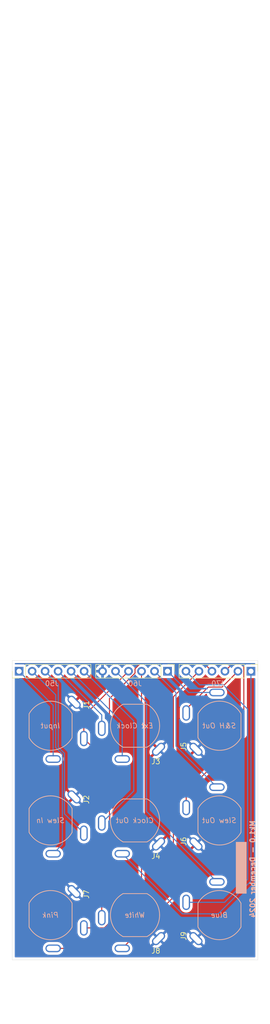
<source format=kicad_pcb>
(kicad_pcb (version 20240108) (generator "pcbnew") (generator_version "8.0")
  (title_block (rev "1") (company "DMH Instruments") (comment 1 "10cm Kosmo format synthesizer module PCB"))
  (layers (0 "F.Cu" signal) (31 "B.Cu" signal) (34 "B.Paste" user) (35 "F.Paste" user) (36 "B.SilkS" user "B.Silkscreen") (37 "F.SilkS" user "F.Silkscreen") (38 "B.Mask" user) (39 "F.Mask" user) (44 "Edge.Cuts" user))
  (net 0 "")
  (net 1 "GND")
  (net 2 "/Inputs and Outputs/White")
  (net 3 "/Inputs and Outputs/Input")
  (net 4 "/Inputs and Outputs/S&H")
  (net 5 "/Inputs and Outputs/Slew In")
  (net 6 "/Inputs and Outputs/Internal Clock")
  (net 7 "/Inputs and Outputs/External Clock")
  (net 8 "/Inputs and Outputs/Clock Out")
  (net 9 "Net-(J70-Pin_1)")
  (net 10 "Net-(J70-Pin_2)")
  (net 11 "/Inputs and Outputs/S&H Out")
  (net 12 "Net-(J70-Pin_3)")
  (net 13 "/Inputs and Outputs/Slew Out")
  (net 14 "/Inputs and Outputs/Pink")
  (net 15 "Net-(J70-Pin_4)")
  (net 16 "Net-(J70-Pin_5)")
  (net 17 "/Inputs and Outputs/Blue")
  (net 18 "Net-(J70-Pin_6)")
  (footprint "SynthStuff:CUI_MJ-63052A" (layer "F.Cu") (at 58.5 208.75 -90)
    (property "Reference" "J7" (at -4.075 -7 90) (layer "F.SilkS"))
    (property "Value" "TS_Jack_6.35mm_Sw")
    (property "Function" "Pink" (at 0 0 180) (layer "B.SilkS") (effects (font (thickness 0.15) (italic yes)) (justify mirror)))
    (fp_line (start 0 4.2) (end -2.35 4.2) (stroke (width 0.15)) (layer "B.SilkS"))
    (fp_line (start 0 4.2) (end 2.35 4.2) (stroke (width 0.15)) (layer "B.SilkS"))
    (fp_line (start 0 -4.2) (end -2.35 -4.2) (stroke (width 0.15)) (layer "B.SilkS"))
    (fp_line (start 0 -4.2) (end 2.35 -4.2) (stroke (width 0.15)) (layer "B.SilkS"))
    (fp_arc (start -2.343778 4.188879) (mid -4.14066 2.427948) (end -4.8 0) (stroke (width 0.15)) (layer "B.SilkS"))
    (fp_arc (start -4.8 0) (mid -4.14066 -2.427948) (end -2.343778 -4.188879) (stroke (width 0.15)) (layer "B.SilkS"))
    (fp_arc (start 4.8 0) (mid 4.14066 2.427948) (end 2.343778 4.188879) (stroke (width 0.15)) (layer "B.SilkS"))
    (fp_arc (start 2.343778 -4.188879) (mid 4.14066 -2.427948) (end 4.8 0) (stroke (width 0.15)) (layer "B.SilkS"))
    (fp_line (start 0 4.2) (end -2.35 4.2) (stroke (width 0.15)) (layer "F.SilkS"))
    (fp_line (start 0 4.2) (end 2.35 4.2) (stroke (width 0.15)) (layer "F.SilkS"))
    (fp_line (start 0 -4.2) (end -2.35 -4.2) (stroke (width 0.15)) (layer "F.SilkS"))
    (fp_line (start 0 -4.2) (end 2.35 -4.2) (stroke (width 0.15)) (layer "F.SilkS"))
    (fp_arc (start -2.343778 4.188879) (mid -4.14066 2.427948) (end -4.8 0) (stroke (width 0.15)) (layer "F.SilkS"))
    (fp_arc (start -4.8 0) (mid -4.14066 -2.427948) (end -2.343778 -4.188879) (stroke (width 0.15)) (layer "F.SilkS"))
    (fp_arc (start 4.8 0) (mid 4.14066 2.427948) (end 2.343778 4.188879) (stroke (width 0.15)) (layer "F.SilkS"))
    (fp_arc (start 2.343778 -4.188879) (mid 4.14066 -2.427948) (end 4.8 0) (stroke (width 0.15)) (layer "F.SilkS"))
    (pad "S" thru_hole oval (at -4.59619 -4.59619 225) (size 1.508 3.016) (drill oval 1 2.5) (layers "*.Cu" "*.Mask") (net 1 "GND"))
    (pad "T" thru_hole oval (at 6.5 -0.5 270) (size 1.508 3.016) (drill oval 1 2.5) (layers "*.Cu" "*.Mask") (net 14 "/Inputs and Outputs/Pink"))
    (pad "TN" thru_hole oval (at 2.5 -6.5 270) (size 3.016 1.508) (drill oval 2.5 1) (layers "*.Cu" "*.Mask") (net 15 "Net-(J70-Pin_4)"))
  )
  (footprint "SynthStuff:CUI_MJ-63052A" (layer "F.Cu") (at 91.5 171.75 90)
    (property "Reference" "J5" (at -4.075 -7 90) (layer "F.SilkS"))
    (property "Value" "TS_Jack_6.35mm_Sw")
    (property "Function" "S&H Out" (at 0 0 180) (layer "B.SilkS") (effects (font (thickness 0.15) (italic yes)) (justify mirror)))
    (fp_line (start 0 -4.2) (end 2.35 -4.2) (stroke (width 0.15)) (layer "B.SilkS"))
    (fp_line (start 0 -4.2) (end -2.35 -4.2) (stroke (width 0.15)) (layer "B.SilkS"))
    (fp_line (start 0 4.2) (end 2.35 4.2) (stroke (width 0.15)) (layer "B.SilkS"))
    (fp_line (start 0 4.2) (end -2.35 4.2) (stroke (width 0.15)) (layer "B.SilkS"))
    (fp_arc (start 2.343778 -4.188879) (mid 4.14066 -2.427948) (end 4.8 0) (stroke (width 0.15)) (layer "B.SilkS"))
    (fp_arc (start 4.8 0) (mid 4.14066 2.427948) (end 2.343778 4.188879) (stroke (width 0.15)) (layer "B.SilkS"))
    (fp_arc (start -4.8 0) (mid -4.14066 -2.427948) (end -2.343778 -4.188879) (stroke (width 0.15)) (layer "B.SilkS"))
    (fp_arc (start -2.343778 4.188879) (mid -4.14066 2.427948) (end -4.8 0) (stroke (width 0.15)) (layer "B.SilkS"))
    (fp_line (start 0 -4.2) (end 2.35 -4.2) (stroke (width 0.15)) (layer "F.SilkS"))
    (fp_line (start 0 -4.2) (end -2.35 -4.2) (stroke (width 0.15)) (layer "F.SilkS"))
    (fp_line (start 0 4.2) (end 2.35 4.2) (stroke (width 0.15)) (layer "F.SilkS"))
    (fp_line (start 0 4.2) (end -2.35 4.2) (stroke (width 0.15)) (layer "F.SilkS"))
    (fp_arc (start 2.343778 -4.188879) (mid 4.14066 -2.427948) (end 4.8 0) (stroke (width 0.15)) (layer "F.SilkS"))
    (fp_arc (start 4.8 0) (mid 4.14066 2.427948) (end 2.343778 4.188879) (stroke (width 0.15)) (layer "F.SilkS"))
    (fp_arc (start -4.8 0) (mid -4.14066 -2.427948) (end -2.343778 -4.188879) (stroke (width 0.15)) (layer "F.SilkS"))
    (fp_arc (start -2.343778 4.188879) (mid -4.14066 2.427948) (end -4.8 0) (stroke (width 0.15)) (layer "F.SilkS"))
    (pad "S" thru_hole oval (at -4.59619 -4.59619 45) (size 1.508 3.016) (drill oval 1 2.5) (layers "*.Cu" "*.Mask") (net 1 "GND"))
    (pad "T" thru_hole oval (at 6.5 -0.5 90) (size 1.508 3.016) (drill oval 1 2.5) (layers "*.Cu" "*.Mask") (net 11 "/Inputs and Outputs/S&H Out"))
    (pad "TN" thru_hole oval (at 2.5 -6.5 90) (size 3.016 1.508) (drill oval 2.5 1) (layers "*.Cu" "*.Mask") (net 10 "Net-(J70-Pin_2)"))
  )
  (footprint "SynthStuff:CUI_MJ-63052A" (layer "F.Cu") (at 58.5 171.75 -90)
    (property "Reference" "J1" (at -4.075 -7 90) (layer "F.SilkS"))
    (property "Value" "TS_Jack_6.35mm_Sw")
    (property "Function" "Input" (at 0 0 180) (layer "B.SilkS") (effects (font (thickness 0.15) (italic yes)) (justify mirror)))
    (fp_line (start 0 4.2) (end -2.35 4.2) (stroke (width 0.15)) (layer "B.SilkS"))
    (fp_line (start 0 4.2) (end 2.35 4.2) (stroke (width 0.15)) (layer "B.SilkS"))
    (fp_line (start 0 -4.2) (end -2.35 -4.2) (stroke (width 0.15)) (layer "B.SilkS"))
    (fp_line (start 0 -4.2) (end 2.35 -4.2) (stroke (width 0.15)) (layer "B.SilkS"))
    (fp_arc (start -2.343778 4.188879) (mid -4.14066 2.427948) (end -4.8 0) (stroke (width 0.15)) (layer "B.SilkS"))
    (fp_arc (start -4.8 0) (mid -4.14066 -2.427948) (end -2.343778 -4.188879) (stroke (width 0.15)) (layer "B.SilkS"))
    (fp_arc (start 4.8 0) (mid 4.14066 2.427948) (end 2.343778 4.188879) (stroke (width 0.15)) (layer "B.SilkS"))
    (fp_arc (start 2.343778 -4.188879) (mid 4.14066 -2.427948) (end 4.8 0) (stroke (width 0.15)) (layer "B.SilkS"))
    (fp_line (start 0 4.2) (end -2.35 4.2) (stroke (width 0.15)) (layer "F.SilkS"))
    (fp_line (start 0 4.2) (end 2.35 4.2) (stroke (width 0.15)) (layer "F.SilkS"))
    (fp_line (start 0 -4.2) (end -2.35 -4.2) (stroke (width 0.15)) (layer "F.SilkS"))
    (fp_line (start 0 -4.2) (end 2.35 -4.2) (stroke (width 0.15)) (layer "F.SilkS"))
    (fp_arc (start -2.343778 4.188879) (mid -4.14066 2.427948) (end -4.8 0) (stroke (width 0.15)) (layer "F.SilkS"))
    (fp_arc (start -4.8 0) (mid -4.14066 -2.427948) (end -2.343778 -4.188879) (stroke (width 0.15)) (layer "F.SilkS"))
    (fp_arc (start 4.8 0) (mid 4.14066 2.427948) (end 2.343778 4.188879) (stroke (width 0.15)) (layer "F.SilkS"))
    (fp_arc (start 2.343778 -4.188879) (mid 4.14066 -2.427948) (end 4.8 0) (stroke (width 0.15)) (layer "F.SilkS"))
    (pad "S" thru_hole oval (at -4.59619 -4.59619 225) (size 1.508 3.016) (drill oval 1 2.5) (layers "*.Cu" "*.Mask") (net 1 "GND"))
    (pad "T" thru_hole oval (at 6.5 -0.5 270) (size 1.508 3.016) (drill oval 1 2.5) (layers "*.Cu" "*.Mask") (net 3 "/Inputs and Outputs/Input"))
    (pad "TN" thru_hole oval (at 2.5 -6.5 270) (size 3.016 1.508) (drill oval 2.5 1) (layers "*.Cu" "*.Mask") (net 2 "/Inputs and Outputs/White"))
  )
  (footprint "SynthStuff:CUI_MJ-63052A" (layer "F.Cu") (at 75 171.75 180)
    (property "Reference" "J3" (at -4.075 -7 0) (layer "F.SilkS"))
    (property "Value" "TS_Jack_6.35mm_Sw")
    (property "Function" "Ext Clock" (at 0 0 0) (layer "B.SilkS") (effects (font (thickness 0.15) (italic yes)) (justify mirror)))
    (fp_line (start 0 4.2) (end 2.35 4.2) (stroke (width 0.15)) (layer "B.SilkS"))
    (fp_line (start 0 4.2) (end -2.35 4.2) (stroke (width 0.15)) (layer "B.SilkS"))
    (fp_line (start 0 -4.2) (end 2.35 -4.2) (stroke (width 0.15)) (layer "B.SilkS"))
    (fp_line (start 0 -4.2) (end -2.35 -4.2) (stroke (width 0.15)) (layer "B.SilkS"))
    (fp_arc (start 4.8 0) (mid 4.14066 2.427948) (end 2.343778 4.188879) (stroke (width 0.15)) (layer "B.SilkS"))
    (fp_arc (start 2.343778 -4.188879) (mid 4.14066 -2.427948) (end 4.8 0) (stroke (width 0.15)) (layer "B.SilkS"))
    (fp_arc (start -2.343778 4.188879) (mid -4.14066 2.427948) (end -4.8 0) (stroke (width 0.15)) (layer "B.SilkS"))
    (fp_arc (start -4.8 0) (mid -4.14066 -2.427948) (end -2.343778 -4.188879) (stroke (width 0.15)) (layer "B.SilkS"))
    (fp_line (start 0 4.2) (end 2.35 4.2) (stroke (width 0.15)) (layer "F.SilkS"))
    (fp_line (start 0 4.2) (end -2.35 4.2) (stroke (width 0.15)) (layer "F.SilkS"))
    (fp_line (start 0 -4.2) (end 2.35 -4.2) (stroke (width 0.15)) (layer "F.SilkS"))
    (fp_line (start 0 -4.2) (end -2.35 -4.2) (stroke (width 0.15)) (layer "F.SilkS"))
    (fp_arc (start 4.8 0) (mid 4.14066 2.427948) (end 2.343778 4.188879) (stroke (width 0.15)) (layer "F.SilkS"))
    (fp_arc (start 2.343778 -4.188879) (mid 4.14066 -2.427948) (end 4.8 0) (stroke (width 0.15)) (layer "F.SilkS"))
    (fp_arc (start -2.343778 4.188879) (mid -4.14066 2.427948) (end -4.8 0) (stroke (width 0.15)) (layer "F.SilkS"))
    (fp_arc (start -4.8 0) (mid -4.14066 -2.427948) (end -2.343778 -4.188879) (stroke (width 0.15)) (layer "F.SilkS"))
    (pad "S" thru_hole oval (at -4.59619 -4.59619 135) (size 1.508 3.016) (drill oval 1 2.5) (layers "*.Cu" "*.Mask") (net 1 "GND"))
    (pad "T" thru_hole oval (at 6.5 -0.5 180) (size 1.508 3.016) (drill oval 1 2.5) (layers "*.Cu" "*.Mask") (net 7 "/Inputs and Outputs/External Clock"))
    (pad "TN" thru_hole oval (at 2.5 -6.5 180) (size 3.016 1.508) (drill oval 2.5 1) (layers "*.Cu" "*.Mask") (net 6 "/Inputs and Outputs/Internal Clock"))
  )
  (footprint "SynthStuff:CUI_MJ-63052A" (layer "F.Cu") (at 75 208.75 180)
    (property "Reference" "J8" (at -4.075 -7 0) (layer "F.SilkS"))
    (property "Value" "TS_Jack_6.35mm_Sw")
    (property "Function" "White" (at 0 0 0) (layer "B.SilkS") (effects (font (thickness 0.15) (italic yes)) (justify mirror)))
    (fp_line (start 0 4.2) (end 2.35 4.2) (stroke (width 0.15)) (layer "B.SilkS"))
    (fp_line (start 0 4.2) (end -2.35 4.2) (stroke (width 0.15)) (layer "B.SilkS"))
    (fp_line (start 0 -4.2) (end 2.35 -4.2) (stroke (width 0.15)) (layer "B.SilkS"))
    (fp_line (start 0 -4.2) (end -2.35 -4.2) (stroke (width 0.15)) (layer "B.SilkS"))
    (fp_arc (start 4.8 0) (mid 4.14066 2.427948) (end 2.343778 4.188879) (stroke (width 0.15)) (layer "B.SilkS"))
    (fp_arc (start 2.343778 -4.188879) (mid 4.14066 -2.427948) (end 4.8 0) (stroke (width 0.15)) (layer "B.SilkS"))
    (fp_arc (start -2.343778 4.188879) (mid -4.14066 2.427948) (end -4.8 0) (stroke (width 0.15)) (layer "B.SilkS"))
    (fp_arc (start -4.8 0) (mid -4.14066 -2.427948) (end -2.343778 -4.188879) (stroke (width 0.15)) (layer "B.SilkS"))
    (fp_line (start 0 4.2) (end 2.35 4.2) (stroke (width 0.15)) (layer "F.SilkS"))
    (fp_line (start 0 4.2) (end -2.35 4.2) (stroke (width 0.15)) (layer "F.SilkS"))
    (fp_line (start 0 -4.2) (end 2.35 -4.2) (stroke (width 0.15)) (layer "F.SilkS"))
    (fp_line (start 0 -4.2) (end -2.35 -4.2) (stroke (width 0.15)) (layer "F.SilkS"))
    (fp_arc (start 4.8 0) (mid 4.14066 2.427948) (end 2.343778 4.188879) (stroke (width 0.15)) (layer "F.SilkS"))
    (fp_arc (start 2.343778 -4.188879) (mid 4.14066 -2.427948) (end 4.8 0) (stroke (width 0.15)) (layer "F.SilkS"))
    (fp_arc (start -2.343778 4.188879) (mid -4.14066 2.427948) (end -4.8 0) (stroke (width 0.15)) (layer "F.SilkS"))
    (fp_arc (start -4.8 0) (mid -4.14066 -2.427948) (end -2.343778 -4.188879) (stroke (width 0.15)) (layer "F.SilkS"))
    (pad "S" thru_hole oval (at -4.59619 -4.59619 135) (size 1.508 3.016) (drill oval 1 2.5) (layers "*.Cu" "*.Mask") (net 1 "GND"))
    (pad "T" thru_hole oval (at 6.5 -0.5 180) (size 1.508 3.016) (drill oval 1 2.5) (layers "*.Cu" "*.Mask") (net 2 "/Inputs and Outputs/White"))
    (pad "TN" thru_hole oval (at 2.5 -6.5 180) (size 3.016 1.508) (drill oval 2.5 1) (layers "*.Cu" "*.Mask") (net 16 "Net-(J70-Pin_5)"))
  )
  (footprint "SynthStuff:CUI_MJ-63052A" (layer "F.Cu") (at 91.5 208.75 90)
    (property "Reference" "J9" (at -4.075 -7 90) (layer "F.SilkS"))
    (property "Value" "TS_Jack_6.35mm_Sw")
    (property "Function" "Blue" (at 0 0 180) (layer "B.SilkS") (effects (font (thickness 0.15) (italic yes)) (justify mirror)))
    (fp_line (start 0 -4.2) (end 2.35 -4.2) (stroke (width 0.15)) (layer "B.SilkS"))
    (fp_line (start 0 -4.2) (end -2.35 -4.2) (stroke (width 0.15)) (layer "B.SilkS"))
    (fp_line (start 0 4.2) (end 2.35 4.2) (stroke (width 0.15)) (layer "B.SilkS"))
    (fp_line (start 0 4.2) (end -2.35 4.2) (stroke (width 0.15)) (layer "B.SilkS"))
    (fp_arc (start 2.343778 -4.188879) (mid 4.14066 -2.427948) (end 4.8 0) (stroke (width 0.15)) (layer "B.SilkS"))
    (fp_arc (start 4.8 0) (mid 4.14066 2.427948) (end 2.343778 4.188879) (stroke (width 0.15)) (layer "B.SilkS"))
    (fp_arc (start -4.8 0) (mid -4.14066 -2.427948) (end -2.343778 -4.188879) (stroke (width 0.15)) (layer "B.SilkS"))
    (fp_arc (start -2.343778 4.188879) (mid -4.14066 2.427948) (end -4.8 0) (stroke (width 0.15)) (layer "B.SilkS"))
    (fp_line (start 0 -4.2) (end 2.35 -4.2) (stroke (width 0.15)) (layer "F.SilkS"))
    (fp_line (start 0 -4.2) (end -2.35 -4.2) (stroke (width 0.15)) (layer "F.SilkS"))
    (fp_line (start 0 4.2) (end 2.35 4.2) (stroke (width 0.15)) (layer "F.SilkS"))
    (fp_line (start 0 4.2) (end -2.35 4.2) (stroke (width 0.15)) (layer "F.SilkS"))
    (fp_arc (start 2.343778 -4.188879) (mid 4.14066 -2.427948) (end 4.8 0) (stroke (width 0.15)) (layer "F.SilkS"))
    (fp_arc (start 4.8 0) (mid 4.14066 2.427948) (end 2.343778 4.188879) (stroke (width 0.15)) (layer "F.SilkS"))
    (fp_arc (start -4.8 0) (mid -4.14066 -2.427948) (end -2.343778 -4.188879) (stroke (width 0.15)) (layer "F.SilkS"))
    (fp_arc (start -2.343778 4.188879) (mid -4.14066 2.427948) (end -4.8 0) (stroke (width 0.15)) (layer "F.SilkS"))
    (pad "S" thru_hole oval (at -4.59619 -4.59619 45) (size 1.508 3.016) (drill oval 1 2.5) (layers "*.Cu" "*.Mask") (net 1 "GND"))
    (pad "T" thru_hole oval (at 6.5 -0.5 90) (size 1.508 3.016) (drill oval 1 2.5) (layers "*.Cu" "*.Mask") (net 17 "/Inputs and Outputs/Blue"))
    (pad "TN" thru_hole oval (at 2.5 -6.5 90) (size 3.016 1.508) (drill oval 2.5 1) (layers "*.Cu" "*.Mask") (net 18 "Net-(J70-Pin_6)"))
  )
  (footprint "Connector_PinHeader_2.54mm:PinHeader_1x06_P2.54mm_Vertical" (layer "F.Cu") (at 97.65 161.1 -90)
    (property "Reference" "J70" (at 2.4 6.4 180) (layer "B.SilkS") (effects (justify mirror)))
    (property "Value" "Conn_01x06")
    (fp_line (start -1.33 14.03) (end 1.33 14.03) (stroke (width 0.12)) (layer "F.SilkS"))
    (fp_line (start -1.33 1.27) (end -1.33 14.03) (stroke (width 0.12)) (layer "F.SilkS"))
    (fp_line (start -1.33 1.27) (end 1.33 1.27) (stroke (width 0.12)) (layer "F.SilkS"))
    (fp_line (start 1.33 1.27) (end 1.33 14.03) (stroke (width 0.12)) (layer "F.SilkS"))
    (fp_line (start -1.33 0) (end -1.33 -1.33) (stroke (width 0.12)) (layer "F.SilkS"))
    (fp_line (start -1.33 -1.33) (end 0 -1.33) (stroke (width 0.12)) (layer "F.SilkS"))
    (pad "1" thru_hole rect (at 0 0 270) (size 1.7 1.7) (drill 1) (layers "*.Cu" "*.Mask") (net 9 "Net-(J70-Pin_1)"))
    (pad "2" thru_hole oval (at 0 2.54 270) (size 1.7 1.7) (drill 1) (layers "*.Cu" "*.Mask") (net 10 "Net-(J70-Pin_2)"))
    (pad "3" thru_hole oval (at 0 5.08 270) (size 1.7 1.7) (drill 1) (layers "*.Cu" "*.Mask") (net 12 "Net-(J70-Pin_3)"))
    (pad "4" thru_hole oval (at 0 7.62 270) (size 1.7 1.7) (drill 1) (layers "*.Cu" "*.Mask") (net 15 "Net-(J70-Pin_4)"))
    (pad "5" thru_hole oval (at 0 10.16 270) (size 1.7 1.7) (drill 1) (layers "*.Cu" "*.Mask") (net 16 "Net-(J70-Pin_5)"))
    (pad "6" thru_hole oval (at 0 12.7 270) (size 1.7 1.7) (drill 1) (layers "*.Cu" "*.Mask") (net 18 "Net-(J70-Pin_6)"))
  )
  (footprint "SynthStuff:CUI_MJ-63052A" (layer "F.Cu") (at 75 190.25 180)
    (property "Reference" "J4" (at -4.075 -7 0) (layer "F.SilkS"))
    (property "Value" "TS_Jack_6.35mm_Sw")
    (property "Function" "Clock Out" (at 0 0 0) (layer "B.SilkS") (effects (font (thickness 0.15) (italic yes)) (justify mirror)))
    (fp_line (start 0 4.2) (end 2.35 4.2) (stroke (width 0.15)) (layer "B.SilkS"))
    (fp_line (start 0 4.2) (end -2.35 4.2) (stroke (width 0.15)) (layer "B.SilkS"))
    (fp_line (start 0 -4.2) (end 2.35 -4.2) (stroke (width 0.15)) (layer "B.SilkS"))
    (fp_line (start 0 -4.2) (end -2.35 -4.2) (stroke (width 0.15)) (layer "B.SilkS"))
    (fp_arc (start 4.8 0) (mid 4.14066 2.427948) (end 2.343778 4.188879) (stroke (width 0.15)) (layer "B.SilkS"))
    (fp_arc (start 2.343778 -4.188879) (mid 4.14066 -2.427948) (end 4.8 0) (stroke (width 0.15)) (layer "B.SilkS"))
    (fp_arc (start -2.343778 4.188879) (mid -4.14066 2.427948) (end -4.8 0) (stroke (width 0.15)) (layer "B.SilkS"))
    (fp_arc (start -4.8 0) (mid -4.14066 -2.427948) (end -2.343778 -4.188879) (stroke (width 0.15)) (layer "B.SilkS"))
    (fp_line (start 0 4.2) (end 2.35 4.2) (stroke (width 0.15)) (layer "F.SilkS"))
    (fp_line (start 0 4.2) (end -2.35 4.2) (stroke (width 0.15)) (layer "F.SilkS"))
    (fp_line (start 0 -4.2) (end 2.35 -4.2) (stroke (width 0.15)) (layer "F.SilkS"))
    (fp_line (start 0 -4.2) (end -2.35 -4.2) (stroke (width 0.15)) (layer "F.SilkS"))
    (fp_arc (start 4.8 0) (mid 4.14066 2.427948) (end 2.343778 4.188879) (stroke (width 0.15)) (layer "F.SilkS"))
    (fp_arc (start 2.343778 -4.188879) (mid 4.14066 -2.427948) (end 4.8 0) (stroke (width 0.15)) (layer "F.SilkS"))
    (fp_arc (start -2.343778 4.188879) (mid -4.14066 2.427948) (end -4.8 0) (stroke (width 0.15)) (layer "F.SilkS"))
    (fp_arc (start -4.8 0) (mid -4.14066 -2.427948) (end -2.343778 -4.188879) (stroke (width 0.15)) (layer "F.SilkS"))
    (pad "S" thru_hole oval (at -4.59619 -4.59619 135) (size 1.508 3.016) (drill oval 1 2.5) (layers "*.Cu" "*.Mask") (net 1 "GND"))
    (pad "T" thru_hole oval (at 6.5 -0.5 180) (size 1.508 3.016) (drill oval 1 2.5) (layers "*.Cu" "*.Mask") (net 8 "/Inputs and Outputs/Clock Out"))
    (pad "TN" thru_hole oval (at 2.5 -6.5 180) (size 3.016 1.508) (drill oval 2.5 1) (layers "*.Cu" "*.Mask") (net 9 "Net-(J70-Pin_1)"))
  )
  (footprint "Connector_PinHeader_2.54mm:PinHeader_1x06_P2.54mm_Vertical" (layer "F.Cu") (at 52.35 161.1 90)
    (property "Reference" "J50" (at -2.4 6.4 180) (layer "B.SilkS") (effects (justify mirror)))
    (property "Value" "Conn_01x06")
    (fp_line (start -1.33 -1.33) (end 0 -1.33) (stroke (width 0.12)) (layer "F.SilkS"))
    (fp_line (start -1.33 0) (end -1.33 -1.33) (stroke (width 0.12)) (layer "F.SilkS"))
    (fp_line (start 1.33 1.27) (end 1.33 14.03) (stroke (width 0.12)) (layer "F.SilkS"))
    (fp_line (start -1.33 1.27) (end 1.33 1.27) (stroke (width 0.12)) (layer "F.SilkS"))
    (fp_line (start -1.33 1.27) (end -1.33 14.03) (stroke (width 0.12)) (layer "F.SilkS"))
    (fp_line (start -1.33 14.03) (end 1.33 14.03) (stroke (width 0.12)) (layer "F.SilkS"))
    (pad "1" thru_hole rect (at 0 0 90) (size 1.7 1.7) (drill 1) (layers "*.Cu" "*.Mask") (net 3 "/Inputs and Outputs/Input"))
    (pad "2" thru_hole oval (at 0 2.54 90) (size 1.7 1.7) (drill 1) (layers "*.Cu" "*.Mask") (net 5 "/Inputs and Outputs/Slew In"))
    (pad "3" thru_hole oval (at 0 5.08 90) (size 1.7 1.7) (drill 1) (layers "*.Cu" "*.Mask") (net 4 "/Inputs and Outputs/S&H"))
    (pad "4" thru_hole oval (at 0 7.62 90) (size 1.7 1.7) (drill 1) (layers "*.Cu" "*.Mask") (net 7 "/Inputs and Outputs/External Clock"))
    (pad "5" thru_hole oval (at 0 10.16 90) (size 1.7 1.7) (drill 1) (layers "*.Cu" "*.Mask") (net 6 "/Inputs and Outputs/Internal Clock"))
    (pad "6" thru_hole oval (at 0 12.7 90) (size 1.7 1.7) (drill 1) (layers "*.Cu" "*.Mask") (net 8 "/Inputs and Outputs/Clock Out"))
  )
  (footprint "SynthStuff:CUI_MJ-63052A" (layer "F.Cu") (at 58.5 190.25 -90)
    (property "Reference" "J2" (at -4.075 -7 90) (layer "F.SilkS"))
    (property "Value" "TS_Jack_6.35mm_Sw")
    (property "Function" "Slew In" (at 0 0 180) (layer "B.SilkS") (effects (font (thickness 0.15) (italic yes)) (justify mirror)))
    (fp_line (start 0 4.2) (end -2.35 4.2) (stroke (width 0.15)) (layer "B.SilkS"))
    (fp_line (start 0 4.2) (end 2.35 4.2) (stroke (width 0.15)) (layer "B.SilkS"))
    (fp_line (start 0 -4.2) (end -2.35 -4.2) (stroke (width 0.15)) (layer "B.SilkS"))
    (fp_line (start 0 -4.2) (end 2.35 -4.2) (stroke (width 0.15)) (layer "B.SilkS"))
    (fp_arc (start -2.343778 4.188879) (mid -4.14066 2.427948) (end -4.8 0) (stroke (width 0.15)) (layer "B.SilkS"))
    (fp_arc (start -4.8 0) (mid -4.14066 -2.427948) (end -2.343778 -4.188879) (stroke (width 0.15)) (layer "B.SilkS"))
    (fp_arc (start 4.8 0) (mid 4.14066 2.427948) (end 2.343778 4.188879) (stroke (width 0.15)) (layer "B.SilkS"))
    (fp_arc (start 2.343778 -4.188879) (mid 4.14066 -2.427948) (end 4.8 0) (stroke (width 0.15)) (layer "B.SilkS"))
    (fp_line (start 0 4.2) (end -2.35 4.2) (stroke (width 0.15)) (layer "F.SilkS"))
    (fp_line (start 0 4.2) (end 2.35 4.2) (stroke (width 0.15)) (layer "F.SilkS"))
    (fp_line (start 0 -4.2) (end -2.35 -4.2) (stroke (width 0.15)) (layer "F.SilkS"))
    (fp_line (start 0 -4.2) (end 2.35 -4.2) (stroke (width 0.15)) (layer "F.SilkS"))
    (fp_arc (start -2.343778 4.188879) (mid -4.14066 2.427948) (end -4.8 0) (stroke (width 0.15)) (layer "F.SilkS"))
    (fp_arc (start -4.8 0) (mid -4.14066 -2.427948) (end -2.343778 -4.188879) (stroke (width 0.15)) (layer "F.SilkS"))
    (fp_arc (start 4.8 0) (mid 4.14066 2.427948) (end 2.343778 4.188879) (stroke (width 0.15)) (layer "F.SilkS"))
    (fp_arc (start 2.343778 -4.188879) (mid 4.14066 -2.427948) (end 4.8 0) (stroke (width 0.15)) (layer "F.SilkS"))
    (pad "S" thru_hole oval (at -4.59619 -4.59619 225) (size 1.508 3.016) (drill oval 1 2.5) (layers "*.Cu" "*.Mask") (net 1 "GND"))
    (pad "T" thru_hole oval (at 6.5 -0.5 270) (size 1.508 3.016) (drill oval 1 2.5) (layers "*.Cu" "*.Mask") (net 5 "/Inputs and Outputs/Slew In"))
    (pad "TN" thru_hole oval (at 2.5 -6.5 270) (size 3.016 1.508) (drill oval 2.5 1) (layers "*.Cu" "*.Mask") (net 4 "/Inputs and Outputs/S&H"))
  )
  (footprint "Connector_PinHeader_2.54mm:PinHeader_1x06_P2.54mm_Vertical" (layer "F.Cu") (at 81.35 161.1 -90)
    (property "Reference" "J60" (at 2.4 6.35 180) (layer "B.SilkS") (effects (justify mirror)))
    (property "Value" "Conn_01x06")
    (fp_line (start -1.33 14.03) (end 1.33 14.03) (stroke (width 0.12)) (layer "F.SilkS"))
    (fp_line (start -1.33 1.27) (end -1.33 14.03) (stroke (width 0.12)) (layer "F.SilkS"))
    (fp_line (start -1.33 1.27) (end 1.33 1.27) (stroke (width 0.12)) (layer "F.SilkS"))
    (fp_line (start 1.33 1.27) (end 1.33 14.03) (stroke (width 0.12)) (layer "F.SilkS"))
    (fp_line (start -1.33 0) (end -1.33 -1.33) (stroke (width 0.12)) (layer "F.SilkS"))
    (fp_line (start -1.33 -1.33) (end 0 -1.33) (stroke (width 0.12)) (layer "F.SilkS"))
    (pad "1" thru_hole rect (at 0 0 270) (size 1.7 1.7) (drill 1) (layers "*.Cu" "*.Mask") (net 11 "/Inputs and Outputs/S&H Out"))
    (pad "2" thru_hole oval (at 0 2.54 270) (size 1.7 1.7) (drill 1) (layers "*.Cu" "*.Mask") (net 13 "/Inputs and Outputs/Slew Out"))
    (pad "3" thru_hole oval (at 0 5.08 270) (size 1.7 1.7) (drill 1) (layers "*.Cu" "*.Mask") (net 14 "/Inputs and Outputs/Pink"))
    (pad "4" thru_hole oval (at 0 7.62 270) (size 1.7 1.7) (drill 1) (layers "*.Cu" "*.Mask") (net 2 "/Inputs and Outputs/White"))
    (pad "5" thru_hole oval (at 0 10.16 270) (size 1.7 1.7) (drill 1) (layers "*.Cu" "*.Mask") (net 17 "/Inputs and Outputs/Blue"))
    (pad "6" thru_hole oval (at 0 12.7 270) (size 1.7 1.7) (drill 1) (layers "*.Cu" "*.Mask") (net 1 "GND"))
  )
  (footprint "SynthStuff:CUI_MJ-63052A" (layer "F.Cu") (at 91.5 190.25 90)
    (property "Reference" "J6" (at -4.075 -7 90) (layer "F.SilkS"))
    (property "Value" "TS_Jack_6.35mm_Sw")
    (property "Function" "Slew Out" (at 0 0 180) (layer "B.SilkS") (effects (font (thickness 0.15) (italic yes)) (justify mirror)))
    (fp_line (start 0 -4.2) (end 2.35 -4.2) (stroke (width 0.15)) (layer "B.SilkS"))
    (fp_line (start 0 -4.2) (end -2.35 -4.2) (stroke (width 0.15)) (layer "B.SilkS"))
    (fp_line (start 0 4.2) (end 2.35 4.2) (stroke (width 0.15)) (layer "B.SilkS"))
    (fp_line (start 0 4.2) (end -2.35 4.2) (stroke (width 0.15)) (layer "B.SilkS"))
    (fp_arc (start 2.343778 -4.188879) (mid 4.14066 -2.427948) (end 4.8 0) (stroke (width 0.15)) (layer "B.SilkS"))
    (fp_arc (start 4.8 0) (mid 4.14066 2.427948) (end 2.343778 4.188879) (stroke (width 0.15)) (layer "B.SilkS"))
    (fp_arc (start -4.8 0) (mid -4.14066 -2.427948) (end -2.343778 -4.188879) (stroke (width 0.15)) (layer "B.SilkS"))
    (fp_arc (start -2.343778 4.188879) (mid -4.14066 2.427948) (end -4.8 0) (stroke (width 0.15)) (layer "B.SilkS"))
    (fp_line (start 0 -4.2) (end 2.35 -4.2) (stroke (width 0.15)) (layer "F.SilkS"))
    (fp_line (start 0 -4.2) (end -2.35 -4.2) (stroke (width 0.15)) (layer "F.SilkS"))
    (fp_line (start 0 4.2) (end 2.35 4.2) (stroke (width 0.15)) (layer "F.SilkS"))
    (fp_line (start 0 4.2) (end -2.35 4.2) (stroke (width 0.15)) (layer "F.SilkS"))
    (fp_arc (start 2.343778 -4.188879) (mid 4.14066 -2.427948) (end 4.8 0) (stroke (width 0.15)) (layer "F.SilkS"))
    (fp_arc (start 4.8 0) (mid 4.14066 2.427948) (end 2.343778 4.188879) (stroke (width 0.15)) (layer "F.SilkS"))
    (fp_arc (start -4.8 0) (mid -4.14066 -2.427948) (end -2.343778 -4.188879) (stroke (width 0.15)) (layer "F.SilkS"))
    (fp_arc (start -2.343778 4.188879) (mid -4.14066 2.427948) (end -4.8 0) (stroke (width 0.15)) (layer "F.SilkS"))
    (pad "S" thru_hole oval (at -4.59619 -4.59619 45) (size 1.508 3.016) (drill oval 1 2.5) (layers "*.Cu" "*.Mask") (net 1 "GND"))
    (pad "T" thru_hole oval (at 6.5 -0.5 90) (size 1.508 3.016) (drill oval 1 2.5) (layers "*.Cu" "*.Mask") (net 13 "/Inputs and Outputs/Slew Out"))
    (pad "TN" thru_hole oval (at 2.5 -6.5 90) (size 3.016 1.508) (drill oval 2.5 1) (layers "*.Cu" "*.Mask") (net 12 "Net-(J70-Pin_3)"))
  )
  (gr_rect (start 94.75 194.5) (end 96.75 204.5) (stroke (width 0.1)) (fill solid) (layer "B.SilkS"))
  (gr_rect (start 51 159) (end 99 217.5) (stroke (width 0.05)) (fill none) (layer "Edge.Cuts"))
  (gr_text "Mk1.0 - December 2024" (at 98 199.75 90) (layer "B.SilkS") (effects (font (size 1 1) (thickness 0.25) (bold yes)) (justify mirror)))
  (segment (start 65 174.25) (end 66.75 176) (width 0.2) (layer "F.Cu") (net 2))
  (segment (start 73.73 161.1) (end 65 169.83) (width 0.2) (layer "F.Cu") (net 2))
  (segment (start 65 169.83) (end 65 174.25) (width 0.2) (layer "F.Cu") (net 2))
  (segment (start 68.5 193.5) (end 68.5 209.25) (width 0.2) (layer "F.Cu") (net 2))
  (segment (start 66.75 176) (end 66.75 191.75) (width 0.2) (layer "F.Cu") (net 2))
  (segment (start 66.75 191.75) (end 68.5 193.5) (width 0.2) (layer "F.Cu") (net 2))
  (segment (start 59 167.75) (end 59 178.25) (width 0.2) (layer "B.Cu") (net 3))
  (segment (start 52.35 161.1) (end 59 167.75) (width 0.2) (layer "B.Cu") (net 3))
  (segment (start 61.208 177.142314) (end 61.208 188.958) (width 0.2) (layer "B.Cu") (net 4))
  (segment (start 60 163.67) (end 60 175.934314) (width 0.2) (layer "B.Cu") (net 4))
  (segment (start 57.43 161.1) (end 60 163.67) (width 0.2) (layer "B.Cu") (net 4))
  (segment (start 60 175.934314) (end 61.208 177.142314) (width 0.2) (layer "B.Cu") (net 4))
  (segment (start 61.208 188.958) (end 65 192.75) (width 0.2) (layer "B.Cu") (net 4))
  (segment (start 60.808 177.308) (end 60.808 194.942) (width 0.2) (layer "B.Cu") (net 5))
  (segment (start 60.808 194.942) (end 59 196.75) (width 0.2) (layer "B.Cu") (net 5))
  (segment (start 59.5 176) (end 60.808 177.308) (width 0.2) (layer "B.Cu") (net 5))
  (segment (start 54.89 161.1) (end 59.5 165.71) (width 0.2) (layer "B.Cu") (net 5))
  (segment (start 59.5 165.71) (end 59.5 176) (width 0.2) (layer "B.Cu") (net 5))
  (segment (start 62.51 161.1) (end 72.5 171.09) (width 0.2) (layer "B.Cu") (net 6))
  (segment (start 72.5 171.09) (end 72.5 178.25) (width 0.2) (layer "B.Cu") (net 6))
  (segment (start 59.97 161.1) (end 68.5 169.63) (width 0.2) (layer "B.Cu") (net 7))
  (segment (start 68.5 169.63) (end 68.5 172.25) (width 0.2) (layer "B.Cu") (net 7))
  (segment (start 74.75 184.5) (end 68.5 190.75) (width 0.2) (layer "B.Cu") (net 8))
  (segment (start 65.05 161.1) (end 74.75 170.8) (width 0.2) (layer "B.Cu") (net 8))
  (segment (start 74.75 170.8) (end 74.75 184.5) (width 0.2) (layer "B.Cu") (net 8))
  (segment (start 97.65 202.1) (end 91.25 208.5) (width 0.2) (layer "B.Cu") (net 9))
  (segment (start 91.25 208.5) (end 84.25 208.5) (width 0.2) (layer "B.Cu") (net 9))
  (segment (start 84.25 208.5) (end 72.5 196.75) (width 0.2) (layer "B.Cu") (net 9))
  (segment (start 97.65 161.1) (end 97.65 202.1) (width 0.2) (layer "B.Cu") (net 9))
  (segment (start 92.014 164.196) (end 89.304 164.196) (width 0.2) (layer "F.Cu") (net 10))
  (segment (start 89.304 164.196) (end 85 168.5) (width 0.2) (layer "F.Cu") (net 10))
  (segment (start 95.11 161.1) (end 92.014 164.196) (width 0.2) (layer "F.Cu") (net 10))
  (segment (start 85 168.5) (end 85 169.25) (width 0.2) (layer "F.Cu") (net 10))
  (segment (start 81.35 161.1) (end 85.5 165.25) (width 0.2) (layer "B.Cu") (net 11))
  (segment (start 85.5 165.25) (end 91 165.25) (width 0.2) (layer "B.Cu") (net 11))
  (segment (start 85 184.75) (end 85 187.75) (width 0.2) (layer "F.Cu") (net 12))
  (segment (start 92.57 161.1) (end 94.07 159.6) (width 0.2) (layer "F.Cu") (net 12))
  (segment (start 96.26 160.26) (end 96.26 173.49) (width 0.2) (layer "F.Cu") (net 12))
  (segment (start 95.6 159.6) (end 96.26 160.26) (width 0.2) (layer "F.Cu") (net 12))
  (segment (start 96.26 173.49) (end 85 184.75) (width 0.2) (layer "F.Cu") (net 12))
  (segment (start 94.07 159.6) (end 95.6 159.6) (width 0.2) (layer "F.Cu") (net 12))
  (segment (start 78.81 161.1) (end 83 165.29) (width 0.2) (layer "B.Cu") (net 13))
  (segment (start 83 175.75) (end 91 183.75) (width 0.2) (layer "B.Cu") (net 13))
  (segment (start 83 165.29) (end 83 175.75) (width 0.2) (layer "B.Cu") (net 13))
  (segment (start 67.75 215.25) (end 59 215.25) (width 0.2) (layer "F.Cu") (net 14))
  (segment (start 76.27 161.1) (end 76.27 206.73) (width 0.2) (layer "F.Cu") (net 14))
  (segment (start 76.27 206.73) (end 67.75 215.25) (width 0.2) (layer "F.Cu") (net 14))
  (segment (start 75 161.456346) (end 70 166.456346) (width 0.2) (layer "F.Cu") (net 15))
  (segment (start 70 210.25) (end 69 211.25) (width 0.2) (layer "F.Cu") (net 15))
  (segment (start 90.03 161.1) (end 88.53 159.6) (width 0.2) (layer "F.Cu") (net 15))
  (segment (start 69 211.25) (end 65 211.25) (width 0.2) (layer "F.Cu") (net 15))
  (segment (start 88.53 159.6) (end 76.020241 159.6) (width 0.2) (layer "F.Cu") (net 15))
  (segment (start 75 160.620241) (end 75 161.456346) (width 0.2) (layer "F.Cu") (net 15))
  (segment (start 76.020241 159.6) (end 75 160.620241) (width 0.2) (layer "F.Cu") (net 15))
  (segment (start 70 166.456346) (end 70 210.25) (width 0.2) (layer "F.Cu") (net 15))
  (segment (start 82.5 166.09) (end 82.5 205.25) (width 0.2) (layer "F.Cu") (net 16))
  (segment (start 82.5 205.25) (end 72.5 215.25) (width 0.2) (layer "F.Cu") (net 16))
  (segment (start 87.49 161.1) (end 82.5 166.09) (width 0.2) (layer "F.Cu") (net 16))
  (segment (start 77.25 167.16) (end 77.25 188.5) (width 0.2) (layer "B.Cu") (net 17))
  (segment (start 77.25 188.5) (end 91 202.25) (width 0.2) (layer "B.Cu") (net 17))
  (segment (start 71.19 161.1) (end 77.25 167.16) (width 0.2) (layer "B.Cu") (net 17))
  (segment (start 92.5 206.25) (end 85 206.25) (width 0.2) (layer "B.Cu") (net 18))
  (segment (start 97 201.75) (end 92.5 206.25) (width 0.2) (layer "B.Cu") (net 18))
  (segment (start 97 168.5) (end 97 201.75) (width 0.2) (layer "B.Cu") (net 18))
  (segment (start 84.95 161.1) (end 87.6 163.75) (width 0.2) (layer "B.Cu") (net 18))
  (segment (start 92.25 163.75) (end 97 168.5) (width 0.2) (layer "B.Cu") (net 18))
  (segment (start 87.6 163.75) (end 92.25 163.75) (width 0.2) (layer "B.Cu") (net 18))
  (zone (net 1) (net_name "GND") (layers "F&B.Cu") (name "Ground_plane") (connect_pads (clearance 0.5)) (min_thickness 0.25) (fill yes (thermal_gap 0.5) (thermal_bridge_width 0.5))
    (polygon (pts (xy 51 159) (xy 99 159) (xy 99 217.5) (xy 51 217.5)))
  )
)
</source>
